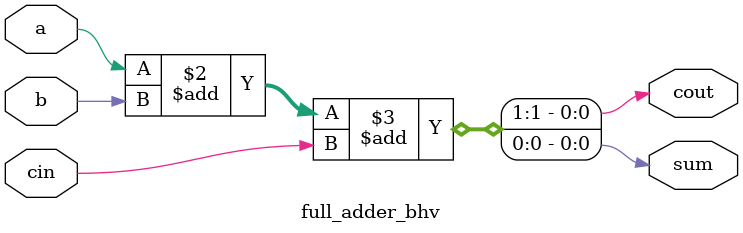
<source format=v>

`timescale 1ns / 1ns

module full_adder_bhv (input wire a, b, cin,
		output reg sum, cout);

always @(a or b or cin)
  {cout, sum} = a + b + cin;

endmodule

</source>
